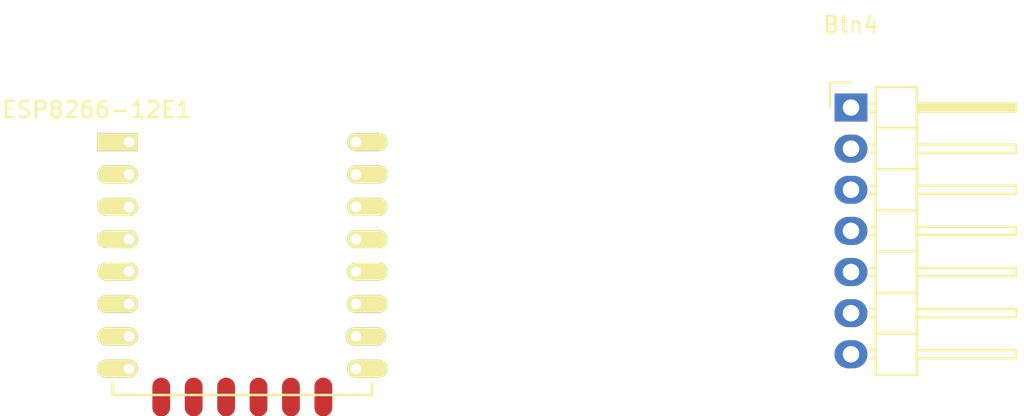
<source format=kicad_pcb>
(kicad_pcb (version 4) (host pcbnew 4.0.4-stable)

  (general
    (links 1)
    (no_connects 1)
    (area 0 0 0 0)
    (thickness 1.6)
    (drawings 0)
    (tracks 0)
    (zones 0)
    (modules 2)
    (nets 24)
  )

  (page A4)
  (layers
    (0 F.Cu signal)
    (31 B.Cu signal)
    (32 B.Adhes user)
    (33 F.Adhes user)
    (34 B.Paste user)
    (35 F.Paste user)
    (36 B.SilkS user)
    (37 F.SilkS user)
    (38 B.Mask user)
    (39 F.Mask user)
    (40 Dwgs.User user)
    (41 Cmts.User user)
    (42 Eco1.User user)
    (43 Eco2.User user)
    (44 Edge.Cuts user)
    (45 Margin user)
    (46 B.CrtYd user)
    (47 F.CrtYd user)
    (48 B.Fab user)
    (49 F.Fab user)
  )

  (setup
    (last_trace_width 0.25)
    (trace_clearance 0.2)
    (zone_clearance 0.508)
    (zone_45_only no)
    (trace_min 0.2)
    (segment_width 0.2)
    (edge_width 0.15)
    (via_size 0.6)
    (via_drill 0.4)
    (via_min_size 0.4)
    (via_min_drill 0.3)
    (uvia_size 0.3)
    (uvia_drill 0.1)
    (uvias_allowed no)
    (uvia_min_size 0.2)
    (uvia_min_drill 0.1)
    (pcb_text_width 0.3)
    (pcb_text_size 1.5 1.5)
    (mod_edge_width 0.15)
    (mod_text_size 1 1)
    (mod_text_width 0.15)
    (pad_size 1.524 1.524)
    (pad_drill 0.762)
    (pad_to_mask_clearance 0.2)
    (aux_axis_origin 0 0)
    (visible_elements FFFFFF7F)
    (pcbplotparams
      (layerselection 0x00030_80000001)
      (usegerberextensions false)
      (excludeedgelayer true)
      (linewidth 0.100000)
      (plotframeref false)
      (viasonmask false)
      (mode 1)
      (useauxorigin false)
      (hpglpennumber 1)
      (hpglpenspeed 20)
      (hpglpendiameter 15)
      (hpglpenoverlay 2)
      (psnegative false)
      (psa4output false)
      (plotreference true)
      (plotvalue true)
      (plotinvisibletext false)
      (padsonsilk false)
      (subtractmaskfromsilk false)
      (outputformat 1)
      (mirror false)
      (drillshape 1)
      (scaleselection 1)
      (outputdirectory ""))
  )

  (net 0 "")
  (net 1 "Net-(Btn4-Pad1)")
  (net 2 "Net-(Btn*1-Pad2)")
  (net 3 "Net-(ESP8266-12E1-Pad1)")
  (net 4 "Net-(ESP8266-12E1-Pad2)")
  (net 5 "Net-(ESP8266-12E1-Pad3)")
  (net 6 "Net-(ESP8266-12E1-Pad4)")
  (net 7 "Net-(ESP8266-12E1-Pad5)")
  (net 8 "Net-(ESP8266-12E1-Pad6)")
  (net 9 "Net-(ESP8266-12E1-Pad7)")
  (net 10 "Net-(ESP8266-12E1-Pad8)")
  (net 11 "Net-(ESP8266-12E1-Pad9)")
  (net 12 "Net-(ESP8266-12E1-Pad10)")
  (net 13 "Net-(ESP8266-12E1-Pad11)")
  (net 14 "Net-(ESP8266-12E1-Pad12)")
  (net 15 "Net-(ESP8266-12E1-Pad13)")
  (net 16 "Net-(ESP8266-12E1-Pad14)")
  (net 17 "Net-(ESP8266-12E1-Pad15)")
  (net 18 "Net-(ESP8266-12E1-Pad16)")
  (net 19 "Net-(ESP8266-12E1-Pad17)")
  (net 20 "Net-(ESP8266-12E1-Pad18)")
  (net 21 "Net-(ESP8266-12E1-Pad19)")
  (net 22 "Net-(ESP8266-12E1-Pad21)")
  (net 23 "Net-(ESP8266-12E1-Pad22)")

  (net_class Default "This is the default net class."
    (clearance 0.2)
    (trace_width 0.25)
    (via_dia 0.6)
    (via_drill 0.4)
    (uvia_dia 0.3)
    (uvia_drill 0.1)
    (add_net "Net-(Btn*1-Pad2)")
    (add_net "Net-(Btn4-Pad1)")
    (add_net "Net-(ESP8266-12E1-Pad1)")
    (add_net "Net-(ESP8266-12E1-Pad10)")
    (add_net "Net-(ESP8266-12E1-Pad11)")
    (add_net "Net-(ESP8266-12E1-Pad12)")
    (add_net "Net-(ESP8266-12E1-Pad13)")
    (add_net "Net-(ESP8266-12E1-Pad14)")
    (add_net "Net-(ESP8266-12E1-Pad15)")
    (add_net "Net-(ESP8266-12E1-Pad16)")
    (add_net "Net-(ESP8266-12E1-Pad17)")
    (add_net "Net-(ESP8266-12E1-Pad18)")
    (add_net "Net-(ESP8266-12E1-Pad19)")
    (add_net "Net-(ESP8266-12E1-Pad2)")
    (add_net "Net-(ESP8266-12E1-Pad21)")
    (add_net "Net-(ESP8266-12E1-Pad22)")
    (add_net "Net-(ESP8266-12E1-Pad3)")
    (add_net "Net-(ESP8266-12E1-Pad4)")
    (add_net "Net-(ESP8266-12E1-Pad5)")
    (add_net "Net-(ESP8266-12E1-Pad6)")
    (add_net "Net-(ESP8266-12E1-Pad7)")
    (add_net "Net-(ESP8266-12E1-Pad8)")
    (add_net "Net-(ESP8266-12E1-Pad9)")
  )

  (module Pin_Headers:Pin_Header_Angled_1x07 (layer F.Cu) (tedit 0) (tstamp 58246A9B)
    (at 119.38 59.69)
    (descr "Through hole pin header")
    (tags "pin header")
    (path /5824665B)
    (fp_text reference Btn4 (at 0 -5.1) (layer F.SilkS)
      (effects (font (size 1 1) (thickness 0.15)))
    )
    (fp_text value SW (at 0 -3.1) (layer F.Fab)
      (effects (font (size 1 1) (thickness 0.15)))
    )
    (fp_line (start -1.5 -1.75) (end -1.5 17) (layer F.CrtYd) (width 0.05))
    (fp_line (start 10.65 -1.75) (end 10.65 17) (layer F.CrtYd) (width 0.05))
    (fp_line (start -1.5 -1.75) (end 10.65 -1.75) (layer F.CrtYd) (width 0.05))
    (fp_line (start -1.5 17) (end 10.65 17) (layer F.CrtYd) (width 0.05))
    (fp_line (start -1.3 -1.55) (end -1.3 0) (layer F.SilkS) (width 0.15))
    (fp_line (start 0 -1.55) (end -1.3 -1.55) (layer F.SilkS) (width 0.15))
    (fp_line (start 4.191 -0.127) (end 10.033 -0.127) (layer F.SilkS) (width 0.15))
    (fp_line (start 10.033 -0.127) (end 10.033 0.127) (layer F.SilkS) (width 0.15))
    (fp_line (start 10.033 0.127) (end 4.191 0.127) (layer F.SilkS) (width 0.15))
    (fp_line (start 4.191 0.127) (end 4.191 0) (layer F.SilkS) (width 0.15))
    (fp_line (start 4.191 0) (end 10.033 0) (layer F.SilkS) (width 0.15))
    (fp_line (start 1.524 -0.254) (end 1.143 -0.254) (layer F.SilkS) (width 0.15))
    (fp_line (start 1.524 0.254) (end 1.143 0.254) (layer F.SilkS) (width 0.15))
    (fp_line (start 1.524 2.286) (end 1.143 2.286) (layer F.SilkS) (width 0.15))
    (fp_line (start 1.524 2.794) (end 1.143 2.794) (layer F.SilkS) (width 0.15))
    (fp_line (start 1.524 4.826) (end 1.143 4.826) (layer F.SilkS) (width 0.15))
    (fp_line (start 1.524 5.334) (end 1.143 5.334) (layer F.SilkS) (width 0.15))
    (fp_line (start 1.524 7.366) (end 1.143 7.366) (layer F.SilkS) (width 0.15))
    (fp_line (start 1.524 7.874) (end 1.143 7.874) (layer F.SilkS) (width 0.15))
    (fp_line (start 1.524 15.494) (end 1.143 15.494) (layer F.SilkS) (width 0.15))
    (fp_line (start 1.524 14.986) (end 1.143 14.986) (layer F.SilkS) (width 0.15))
    (fp_line (start 1.524 12.954) (end 1.143 12.954) (layer F.SilkS) (width 0.15))
    (fp_line (start 1.524 12.446) (end 1.143 12.446) (layer F.SilkS) (width 0.15))
    (fp_line (start 1.524 10.414) (end 1.143 10.414) (layer F.SilkS) (width 0.15))
    (fp_line (start 1.524 9.906) (end 1.143 9.906) (layer F.SilkS) (width 0.15))
    (fp_line (start 4.064 1.27) (end 4.064 -1.27) (layer F.SilkS) (width 0.15))
    (fp_line (start 10.16 0.254) (end 4.064 0.254) (layer F.SilkS) (width 0.15))
    (fp_line (start 10.16 -0.254) (end 10.16 0.254) (layer F.SilkS) (width 0.15))
    (fp_line (start 4.064 -0.254) (end 10.16 -0.254) (layer F.SilkS) (width 0.15))
    (fp_line (start 1.524 1.27) (end 4.064 1.27) (layer F.SilkS) (width 0.15))
    (fp_line (start 1.524 -1.27) (end 1.524 1.27) (layer F.SilkS) (width 0.15))
    (fp_line (start 1.524 -1.27) (end 4.064 -1.27) (layer F.SilkS) (width 0.15))
    (fp_line (start 1.524 3.81) (end 4.064 3.81) (layer F.SilkS) (width 0.15))
    (fp_line (start 1.524 3.81) (end 1.524 6.35) (layer F.SilkS) (width 0.15))
    (fp_line (start 1.524 6.35) (end 4.064 6.35) (layer F.SilkS) (width 0.15))
    (fp_line (start 4.064 4.826) (end 10.16 4.826) (layer F.SilkS) (width 0.15))
    (fp_line (start 10.16 4.826) (end 10.16 5.334) (layer F.SilkS) (width 0.15))
    (fp_line (start 10.16 5.334) (end 4.064 5.334) (layer F.SilkS) (width 0.15))
    (fp_line (start 4.064 6.35) (end 4.064 3.81) (layer F.SilkS) (width 0.15))
    (fp_line (start 4.064 3.81) (end 4.064 1.27) (layer F.SilkS) (width 0.15))
    (fp_line (start 10.16 2.794) (end 4.064 2.794) (layer F.SilkS) (width 0.15))
    (fp_line (start 10.16 2.286) (end 10.16 2.794) (layer F.SilkS) (width 0.15))
    (fp_line (start 4.064 2.286) (end 10.16 2.286) (layer F.SilkS) (width 0.15))
    (fp_line (start 1.524 3.81) (end 4.064 3.81) (layer F.SilkS) (width 0.15))
    (fp_line (start 1.524 1.27) (end 1.524 3.81) (layer F.SilkS) (width 0.15))
    (fp_line (start 1.524 1.27) (end 4.064 1.27) (layer F.SilkS) (width 0.15))
    (fp_line (start 1.524 11.43) (end 4.064 11.43) (layer F.SilkS) (width 0.15))
    (fp_line (start 1.524 11.43) (end 1.524 13.97) (layer F.SilkS) (width 0.15))
    (fp_line (start 1.524 13.97) (end 4.064 13.97) (layer F.SilkS) (width 0.15))
    (fp_line (start 4.064 12.446) (end 10.16 12.446) (layer F.SilkS) (width 0.15))
    (fp_line (start 10.16 12.446) (end 10.16 12.954) (layer F.SilkS) (width 0.15))
    (fp_line (start 10.16 12.954) (end 4.064 12.954) (layer F.SilkS) (width 0.15))
    (fp_line (start 4.064 13.97) (end 4.064 11.43) (layer F.SilkS) (width 0.15))
    (fp_line (start 4.064 16.51) (end 4.064 13.97) (layer F.SilkS) (width 0.15))
    (fp_line (start 10.16 15.494) (end 4.064 15.494) (layer F.SilkS) (width 0.15))
    (fp_line (start 10.16 14.986) (end 10.16 15.494) (layer F.SilkS) (width 0.15))
    (fp_line (start 4.064 14.986) (end 10.16 14.986) (layer F.SilkS) (width 0.15))
    (fp_line (start 1.524 16.51) (end 4.064 16.51) (layer F.SilkS) (width 0.15))
    (fp_line (start 1.524 13.97) (end 1.524 16.51) (layer F.SilkS) (width 0.15))
    (fp_line (start 1.524 13.97) (end 4.064 13.97) (layer F.SilkS) (width 0.15))
    (fp_line (start 1.524 8.89) (end 4.064 8.89) (layer F.SilkS) (width 0.15))
    (fp_line (start 1.524 8.89) (end 1.524 11.43) (layer F.SilkS) (width 0.15))
    (fp_line (start 1.524 11.43) (end 4.064 11.43) (layer F.SilkS) (width 0.15))
    (fp_line (start 4.064 9.906) (end 10.16 9.906) (layer F.SilkS) (width 0.15))
    (fp_line (start 10.16 9.906) (end 10.16 10.414) (layer F.SilkS) (width 0.15))
    (fp_line (start 10.16 10.414) (end 4.064 10.414) (layer F.SilkS) (width 0.15))
    (fp_line (start 4.064 11.43) (end 4.064 8.89) (layer F.SilkS) (width 0.15))
    (fp_line (start 4.064 8.89) (end 4.064 6.35) (layer F.SilkS) (width 0.15))
    (fp_line (start 10.16 7.874) (end 4.064 7.874) (layer F.SilkS) (width 0.15))
    (fp_line (start 10.16 7.366) (end 10.16 7.874) (layer F.SilkS) (width 0.15))
    (fp_line (start 4.064 7.366) (end 10.16 7.366) (layer F.SilkS) (width 0.15))
    (fp_line (start 1.524 8.89) (end 4.064 8.89) (layer F.SilkS) (width 0.15))
    (fp_line (start 1.524 6.35) (end 1.524 8.89) (layer F.SilkS) (width 0.15))
    (fp_line (start 1.524 6.35) (end 4.064 6.35) (layer F.SilkS) (width 0.15))
    (pad 1 thru_hole rect (at 0 0) (size 2.032 1.7272) (drill 1.016) (layers *.Cu *.Mask)
      (net 1 "Net-(Btn4-Pad1)"))
    (pad 2 thru_hole oval (at 0 2.54) (size 2.032 1.7272) (drill 1.016) (layers *.Cu *.Mask)
      (net 2 "Net-(Btn*1-Pad2)"))
    (pad 3 thru_hole oval (at 0 5.08) (size 2.032 1.7272) (drill 1.016) (layers *.Cu *.Mask))
    (pad 4 thru_hole oval (at 0 7.62) (size 2.032 1.7272) (drill 1.016) (layers *.Cu *.Mask))
    (pad 5 thru_hole oval (at 0 10.16) (size 2.032 1.7272) (drill 1.016) (layers *.Cu *.Mask))
    (pad 6 thru_hole oval (at 0 12.7) (size 2.032 1.7272) (drill 1.016) (layers *.Cu *.Mask))
    (pad 7 thru_hole oval (at 0 15.24) (size 2.032 1.7272) (drill 1.016) (layers *.Cu *.Mask))
    (model Pin_Headers.3dshapes/Pin_Header_Angled_1x07.wrl
      (at (xyz 0 -0.3 0))
      (scale (xyz 1 1 1))
      (rotate (xyz 0 0 90))
    )
  )

  (module ESP8266:ESP-12E (layer F.Cu) (tedit 559F8D21) (tstamp 58246AB5)
    (at 74.8411 61.8236)
    (descr "Module, ESP-8266, ESP-12, 16 pad, SMD")
    (tags "Module ESP-8266 ESP8266")
    (path /5824628A)
    (fp_text reference ESP8266-12E1 (at -2 -2) (layer F.SilkS)
      (effects (font (size 1 1) (thickness 0.15)))
    )
    (fp_text value ESP-12E (at 8 1) (layer F.Fab)
      (effects (font (size 1 1) (thickness 0.15)))
    )
    (fp_line (start -2.25 -0.5) (end -2.25 -8.75) (layer F.CrtYd) (width 0.05))
    (fp_line (start -2.25 -8.75) (end 15.25 -8.75) (layer F.CrtYd) (width 0.05))
    (fp_line (start 15.25 -8.75) (end 16.25 -8.75) (layer F.CrtYd) (width 0.05))
    (fp_line (start 16.25 -8.75) (end 16.25 16) (layer F.CrtYd) (width 0.05))
    (fp_line (start 16.25 16) (end -2.25 16) (layer F.CrtYd) (width 0.05))
    (fp_line (start -2.25 16) (end -2.25 -0.5) (layer F.CrtYd) (width 0.05))
    (fp_line (start -1.016 -8.382) (end 14.986 -8.382) (layer F.CrtYd) (width 0.1524))
    (fp_line (start 14.986 -8.382) (end 14.986 -0.889) (layer F.CrtYd) (width 0.1524))
    (fp_line (start -1.016 -8.382) (end -1.016 -1.016) (layer F.CrtYd) (width 0.1524))
    (fp_line (start -1.016 14.859) (end -1.016 15.621) (layer F.SilkS) (width 0.1524))
    (fp_line (start -1.016 15.621) (end 14.986 15.621) (layer F.SilkS) (width 0.1524))
    (fp_line (start 14.986 15.621) (end 14.986 14.859) (layer F.SilkS) (width 0.1524))
    (fp_line (start 14.992 -8.4) (end -1.008 -2.6) (layer F.CrtYd) (width 0.1524))
    (fp_line (start -1.008 -8.4) (end 14.992 -2.6) (layer F.CrtYd) (width 0.1524))
    (fp_text user "No Copper" (at 6.892 -5.4) (layer F.CrtYd)
      (effects (font (size 1 1) (thickness 0.15)))
    )
    (fp_line (start -1.008 -2.6) (end 14.992 -2.6) (layer F.CrtYd) (width 0.1524))
    (fp_line (start 15 -8.4) (end 15 15.6) (layer F.Fab) (width 0.05))
    (fp_line (start 14.992 15.6) (end -1.008 15.6) (layer F.Fab) (width 0.05))
    (fp_line (start -1.008 15.6) (end -1.008 -8.4) (layer F.Fab) (width 0.05))
    (fp_line (start -1.008 -8.4) (end 14.992 -8.4) (layer F.Fab) (width 0.05))
    (pad 1 thru_hole rect (at 0 0) (size 2.5 1.1) (drill 0.65 (offset -0.7 0)) (layers *.Cu *.Mask F.SilkS)
      (net 3 "Net-(ESP8266-12E1-Pad1)"))
    (pad 2 thru_hole oval (at 0 2) (size 2.5 1.1) (drill 0.65 (offset -0.7 0)) (layers *.Cu *.Mask F.SilkS)
      (net 4 "Net-(ESP8266-12E1-Pad2)"))
    (pad 3 thru_hole oval (at 0 4) (size 2.5 1.1) (drill 0.65 (offset -0.7 0)) (layers *.Cu *.Mask F.SilkS)
      (net 5 "Net-(ESP8266-12E1-Pad3)"))
    (pad 4 thru_hole oval (at 0 6) (size 2.5 1.1) (drill 0.65 (offset -0.7 0)) (layers *.Cu *.Mask F.SilkS)
      (net 6 "Net-(ESP8266-12E1-Pad4)"))
    (pad 5 thru_hole oval (at 0 8) (size 2.5 1.1) (drill 0.65 (offset -0.7 0)) (layers *.Cu *.Mask F.SilkS)
      (net 7 "Net-(ESP8266-12E1-Pad5)"))
    (pad 6 thru_hole oval (at 0 10) (size 2.5 1.1) (drill 0.65 (offset -0.7 0)) (layers *.Cu *.Mask F.SilkS)
      (net 8 "Net-(ESP8266-12E1-Pad6)"))
    (pad 7 thru_hole oval (at 0 12) (size 2.5 1.1) (drill 0.65 (offset -0.7 0)) (layers *.Cu *.Mask F.SilkS)
      (net 9 "Net-(ESP8266-12E1-Pad7)"))
    (pad 8 thru_hole oval (at 0 14) (size 2.5 1.1) (drill 0.65 (offset -0.7 0)) (layers *.Cu *.Mask F.SilkS)
      (net 10 "Net-(ESP8266-12E1-Pad8)"))
    (pad 9 smd oval (at 1.99 15.75 90) (size 2.4 1.1) (layers F.Cu F.Paste F.Mask)
      (net 11 "Net-(ESP8266-12E1-Pad9)"))
    (pad 10 smd oval (at 3.99 15.75 90) (size 2.4 1.1) (layers F.Cu F.Paste F.Mask)
      (net 12 "Net-(ESP8266-12E1-Pad10)"))
    (pad 11 smd oval (at 5.99 15.75 90) (size 2.4 1.1) (layers F.Cu F.Paste F.Mask)
      (net 13 "Net-(ESP8266-12E1-Pad11)"))
    (pad 12 smd oval (at 7.99 15.75 90) (size 2.4 1.1) (layers F.Cu F.Paste F.Mask)
      (net 14 "Net-(ESP8266-12E1-Pad12)"))
    (pad 13 smd oval (at 9.99 15.75 90) (size 2.4 1.1) (layers F.Cu F.Paste F.Mask)
      (net 15 "Net-(ESP8266-12E1-Pad13)"))
    (pad 14 smd oval (at 11.99 15.75 90) (size 2.4 1.1) (layers F.Cu F.Paste F.Mask)
      (net 16 "Net-(ESP8266-12E1-Pad14)"))
    (pad 15 thru_hole oval (at 14 14) (size 2.5 1.1) (drill 0.65 (offset 0.7 0)) (layers *.Cu *.Mask F.SilkS)
      (net 17 "Net-(ESP8266-12E1-Pad15)"))
    (pad 16 thru_hole oval (at 14 12) (size 2.5 1.1) (drill 0.65 (offset 0.6 0)) (layers *.Cu *.Mask F.SilkS)
      (net 18 "Net-(ESP8266-12E1-Pad16)"))
    (pad 17 thru_hole oval (at 14 10) (size 2.5 1.1) (drill 0.65 (offset 0.7 0)) (layers *.Cu *.Mask F.SilkS)
      (net 19 "Net-(ESP8266-12E1-Pad17)"))
    (pad 18 thru_hole oval (at 14 8) (size 2.5 1.1) (drill 0.65 (offset 0.7 0)) (layers *.Cu *.Mask F.SilkS)
      (net 20 "Net-(ESP8266-12E1-Pad18)"))
    (pad 19 thru_hole oval (at 14 6) (size 2.5 1.1) (drill 0.65 (offset 0.7 0)) (layers *.Cu *.Mask F.SilkS)
      (net 21 "Net-(ESP8266-12E1-Pad19)"))
    (pad 20 thru_hole oval (at 14 4) (size 2.5 1.1) (drill 0.65 (offset 0.7 0)) (layers *.Cu *.Mask F.SilkS)
      (net 1 "Net-(Btn4-Pad1)"))
    (pad 21 thru_hole oval (at 14 2) (size 2.5 1.1) (drill 0.65 (offset 0.7 0)) (layers *.Cu *.Mask F.SilkS)
      (net 22 "Net-(ESP8266-12E1-Pad21)"))
    (pad 22 thru_hole oval (at 14 0) (size 2.5 1.1) (drill 0.65 (offset 0.7 0)) (layers *.Cu *.Mask F.SilkS)
      (net 23 "Net-(ESP8266-12E1-Pad22)"))
    (model ${ESPLIB}/ESP8266.3dshapes/ESP-12.wrl
      (at (xyz 0.04 0 0))
      (scale (xyz 0.3937 0.3937 0.3937))
      (rotate (xyz 0 0 0))
    )
  )

)

</source>
